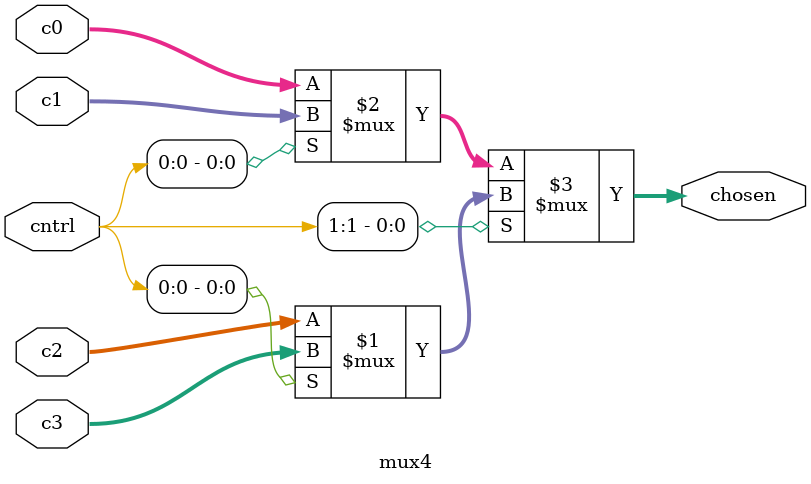
<source format=sv>
module mux4(
	input logic [31:0] c0, c1, c2, c3,
	input logic [1:0] cntrl,
	output logic [31:0] chosen
);		
assign chosen = cntrl[1] ? (cntrl[0] ? c3 : c2) : (cntrl[0] ? c1 : c0);		
endmodule

</source>
